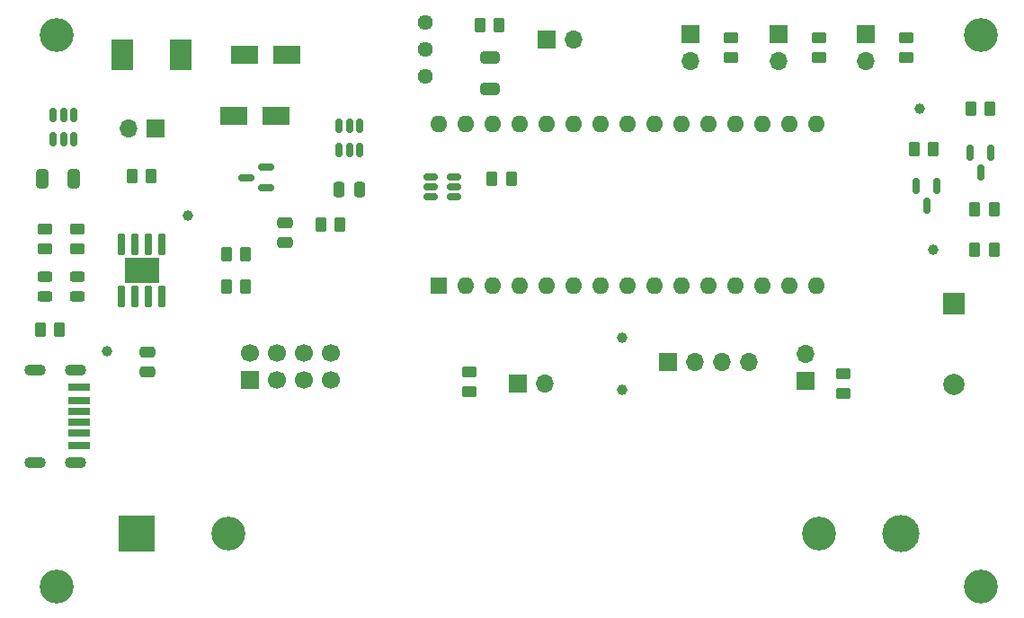
<source format=gts>
%TF.GenerationSoftware,KiCad,Pcbnew,(6.0.7)*%
%TF.CreationDate,2022-10-31T09:28:38+01:00*%
%TF.ProjectId,Callsystem,43616c6c-7379-4737-9465-6d2e6b696361,1*%
%TF.SameCoordinates,Original*%
%TF.FileFunction,Soldermask,Top*%
%TF.FilePolarity,Negative*%
%FSLAX46Y46*%
G04 Gerber Fmt 4.6, Leading zero omitted, Abs format (unit mm)*
G04 Created by KiCad (PCBNEW (6.0.7)) date 2022-10-31 09:28:38*
%MOMM*%
%LPD*%
G01*
G04 APERTURE LIST*
G04 Aperture macros list*
%AMRoundRect*
0 Rectangle with rounded corners*
0 $1 Rounding radius*
0 $2 $3 $4 $5 $6 $7 $8 $9 X,Y pos of 4 corners*
0 Add a 4 corners polygon primitive as box body*
4,1,4,$2,$3,$4,$5,$6,$7,$8,$9,$2,$3,0*
0 Add four circle primitives for the rounded corners*
1,1,$1+$1,$2,$3*
1,1,$1+$1,$4,$5*
1,1,$1+$1,$6,$7*
1,1,$1+$1,$8,$9*
0 Add four rect primitives between the rounded corners*
20,1,$1+$1,$2,$3,$4,$5,0*
20,1,$1+$1,$4,$5,$6,$7,0*
20,1,$1+$1,$6,$7,$8,$9,0*
20,1,$1+$1,$8,$9,$2,$3,0*%
G04 Aperture macros list end*
%ADD10R,2.000000X0.700000*%
%ADD11R,2.000000X0.760000*%
%ADD12R,2.000000X0.800000*%
%ADD13O,2.000000X1.100000*%
%ADD14R,1.700000X1.700000*%
%ADD15O,1.700000X1.700000*%
%ADD16RoundRect,0.250000X0.475000X-0.250000X0.475000X0.250000X-0.475000X0.250000X-0.475000X-0.250000X0*%
%ADD17RoundRect,0.250000X-0.262500X-0.450000X0.262500X-0.450000X0.262500X0.450000X-0.262500X0.450000X0*%
%ADD18RoundRect,0.150000X0.512500X0.150000X-0.512500X0.150000X-0.512500X-0.150000X0.512500X-0.150000X0*%
%ADD19RoundRect,0.250000X0.262500X0.450000X-0.262500X0.450000X-0.262500X-0.450000X0.262500X-0.450000X0*%
%ADD20C,3.200000*%
%ADD21RoundRect,0.250000X-0.650000X0.325000X-0.650000X-0.325000X0.650000X-0.325000X0.650000X0.325000X0*%
%ADD22RoundRect,0.150000X0.587500X0.150000X-0.587500X0.150000X-0.587500X-0.150000X0.587500X-0.150000X0*%
%ADD23RoundRect,0.150000X-0.150000X0.587500X-0.150000X-0.587500X0.150000X-0.587500X0.150000X0.587500X0*%
%ADD24RoundRect,0.250000X-0.475000X0.250000X-0.475000X-0.250000X0.475000X-0.250000X0.475000X0.250000X0*%
%ADD25R,1.600000X1.600000*%
%ADD26O,1.600000X1.600000*%
%ADD27RoundRect,0.042000X0.258000X-0.943000X0.258000X0.943000X-0.258000X0.943000X-0.258000X-0.943000X0*%
%ADD28R,3.302000X2.413000*%
%ADD29C,1.440000*%
%ADD30RoundRect,0.250000X0.250000X0.475000X-0.250000X0.475000X-0.250000X-0.475000X0.250000X-0.475000X0*%
%ADD31C,1.000000*%
%ADD32R,2.500000X1.800000*%
%ADD33RoundRect,0.250000X-0.450000X0.262500X-0.450000X-0.262500X0.450000X-0.262500X0.450000X0.262500X0*%
%ADD34RoundRect,0.150000X0.150000X-0.512500X0.150000X0.512500X-0.150000X0.512500X-0.150000X-0.512500X0*%
%ADD35R,3.500000X3.500000*%
%ADD36C,3.500000*%
%ADD37RoundRect,0.243750X-0.456250X0.243750X-0.456250X-0.243750X0.456250X-0.243750X0.456250X0.243750X0*%
%ADD38R,2.000000X2.000000*%
%ADD39C,2.000000*%
%ADD40RoundRect,0.250000X0.325000X0.650000X-0.325000X0.650000X-0.325000X-0.650000X0.325000X-0.650000X0*%
%ADD41RoundRect,0.150000X-0.150000X0.512500X-0.150000X-0.512500X0.150000X-0.512500X0.150000X0.512500X0*%
%ADD42R,2.050000X3.000000*%
%ADD43C,1.700000*%
G04 APERTURE END LIST*
D10*
X56100000Y-89510000D03*
D11*
X56100000Y-91530000D03*
D12*
X56100000Y-92760000D03*
D10*
X56100000Y-90510000D03*
D11*
X56100000Y-88490000D03*
D12*
X56100000Y-87260000D03*
D13*
X51930000Y-85660000D03*
X51930000Y-94300000D03*
X55730000Y-94300000D03*
X55730000Y-85660000D03*
D14*
X63251000Y-62865000D03*
D15*
X60711000Y-62865000D03*
D16*
X62484000Y-85786000D03*
X62484000Y-83886000D03*
D17*
X140057500Y-60960000D03*
X141882500Y-60960000D03*
D18*
X91429000Y-69276000D03*
X91429000Y-68326000D03*
X91429000Y-67376000D03*
X89154000Y-67376000D03*
X89154000Y-68326000D03*
X89154000Y-69276000D03*
D19*
X80668500Y-71882000D03*
X78843500Y-71882000D03*
D14*
X100076000Y-54478000D03*
D15*
X102616000Y-54478000D03*
D20*
X54000000Y-106000000D03*
D21*
X94742000Y-56183000D03*
X94742000Y-59133000D03*
D22*
X73733900Y-68412400D03*
X73733900Y-66512400D03*
X71858900Y-67462400D03*
D17*
X69953500Y-77724000D03*
X71778500Y-77724000D03*
D23*
X141920000Y-65102500D03*
X140020000Y-65102500D03*
X140970000Y-66977500D03*
D24*
X75438000Y-71694000D03*
X75438000Y-73594000D03*
D25*
X89950000Y-77620000D03*
D26*
X92490000Y-77620000D03*
X95030000Y-77620000D03*
X97570000Y-77620000D03*
X100110000Y-77620000D03*
X102650000Y-77620000D03*
X105190000Y-77620000D03*
X107730000Y-77620000D03*
X110270000Y-77620000D03*
X112810000Y-77620000D03*
X115350000Y-77620000D03*
X117890000Y-77620000D03*
X120430000Y-77620000D03*
X122970000Y-77620000D03*
X125510000Y-77620000D03*
X125510000Y-62380000D03*
X122970000Y-62380000D03*
X120430000Y-62380000D03*
X117890000Y-62380000D03*
X115350000Y-62380000D03*
X112810000Y-62380000D03*
X110270000Y-62380000D03*
X107730000Y-62380000D03*
X105190000Y-62380000D03*
X102650000Y-62380000D03*
X100110000Y-62380000D03*
X97570000Y-62380000D03*
X95030000Y-62380000D03*
X92490000Y-62380000D03*
X89950000Y-62380000D03*
D27*
X60071000Y-78675000D03*
X61341000Y-78675000D03*
X62611000Y-78675000D03*
X63881000Y-78675000D03*
X63881000Y-73725000D03*
X62611000Y-73725000D03*
X61341000Y-73725000D03*
X60071000Y-73725000D03*
D28*
X61976000Y-76200000D03*
D29*
X88646000Y-52832000D03*
X88646000Y-55372000D03*
X88646000Y-57912000D03*
D14*
X97404000Y-86868000D03*
D15*
X99944000Y-86868000D03*
D17*
X69953500Y-74676000D03*
X71778500Y-74676000D03*
D30*
X82484000Y-68580000D03*
X80584000Y-68580000D03*
D17*
X140415000Y-70485000D03*
X142240000Y-70485000D03*
D31*
X107188000Y-82550000D03*
D17*
X93829500Y-53086000D03*
X95654500Y-53086000D03*
D32*
X75660000Y-55880000D03*
X71660000Y-55880000D03*
D33*
X52832000Y-72366500D03*
X52832000Y-74191500D03*
D34*
X80584000Y-64891500D03*
X81534000Y-64891500D03*
X82484000Y-64891500D03*
X82484000Y-62616500D03*
X81534000Y-62616500D03*
X80584000Y-62616500D03*
D20*
X125755000Y-101000000D03*
X70145000Y-101000000D03*
D35*
X61500000Y-101000000D03*
D36*
X133500000Y-101000000D03*
D33*
X55880000Y-72366500D03*
X55880000Y-74191500D03*
D20*
X141000000Y-106000000D03*
D33*
X128016000Y-85955500D03*
X128016000Y-87780500D03*
D37*
X55880000Y-76786500D03*
X55880000Y-78661500D03*
D38*
X138430000Y-79385000D03*
D39*
X138430000Y-86985000D03*
D31*
X107188000Y-87503000D03*
D32*
X74644000Y-61620400D03*
X70644000Y-61620400D03*
D20*
X141000000Y-54000000D03*
D40*
X55577000Y-67564000D03*
X52627000Y-67564000D03*
D19*
X136525000Y-64770000D03*
X134700000Y-64770000D03*
D41*
X55560000Y-61600500D03*
X54610000Y-61600500D03*
X53660000Y-61600500D03*
X53660000Y-63875500D03*
X54610000Y-63875500D03*
X55560000Y-63875500D03*
D19*
X62888500Y-67310000D03*
X61063500Y-67310000D03*
D31*
X66294000Y-71069200D03*
D37*
X52832000Y-76786500D03*
X52832000Y-78661500D03*
D33*
X133985000Y-54332500D03*
X133985000Y-56157500D03*
D23*
X136840000Y-68277500D03*
X134940000Y-68277500D03*
X135890000Y-70152500D03*
D33*
X117475000Y-54332500D03*
X117475000Y-56157500D03*
D31*
X58674000Y-83820000D03*
D17*
X52427500Y-81788000D03*
X54252500Y-81788000D03*
D33*
X92837000Y-85828500D03*
X92837000Y-87653500D03*
D31*
X135255000Y-60960000D03*
D20*
X54000000Y-54000000D03*
D42*
X60115000Y-55880000D03*
X65615000Y-55880000D03*
D17*
X140415000Y-74295000D03*
X142240000Y-74295000D03*
D14*
X72190000Y-86526500D03*
D43*
X72190000Y-83986500D03*
X74730000Y-86526500D03*
X74730000Y-83986500D03*
X77270000Y-86526500D03*
X77270000Y-83986500D03*
X79810000Y-86526500D03*
X79810000Y-83986500D03*
D14*
X111516000Y-84836000D03*
D15*
X114056000Y-84836000D03*
X116596000Y-84836000D03*
X119136000Y-84836000D03*
D19*
X96774000Y-67564000D03*
X94949000Y-67564000D03*
D31*
X136525000Y-74295000D03*
D33*
X125730000Y-54332500D03*
X125730000Y-56157500D03*
D14*
X124460000Y-86619000D03*
D15*
X124460000Y-84079000D03*
D14*
X130175000Y-53975000D03*
D15*
X130175000Y-56515000D03*
D14*
X121920000Y-53970000D03*
D15*
X121920000Y-56510000D03*
D14*
X113665000Y-53975000D03*
D15*
X113665000Y-56515000D03*
M02*

</source>
